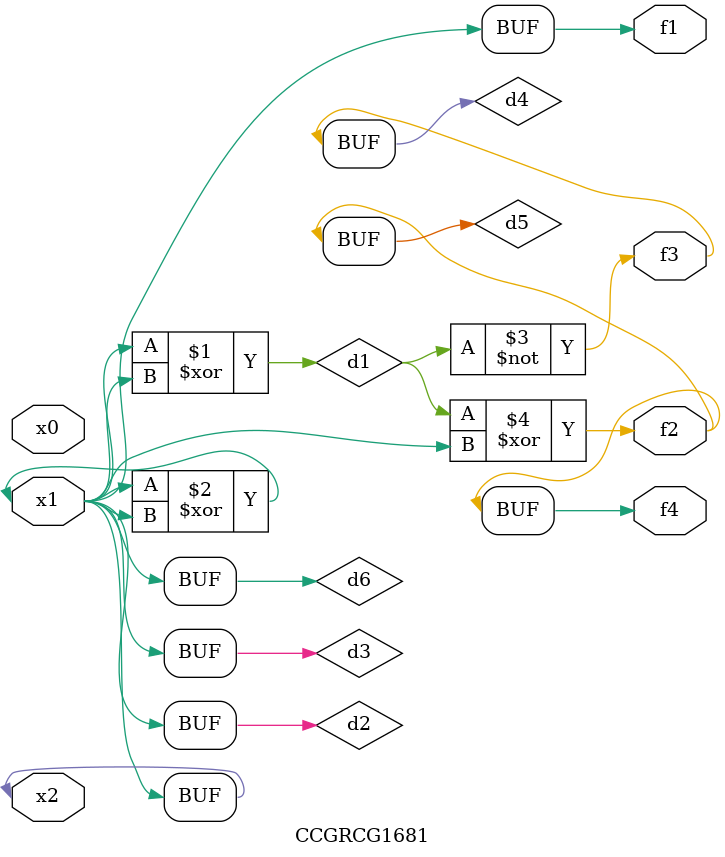
<source format=v>
module CCGRCG1681(
	input x0, x1, x2,
	output f1, f2, f3, f4
);

	wire d1, d2, d3, d4, d5, d6;

	xor (d1, x1, x2);
	buf (d2, x1, x2);
	xor (d3, x1, x2);
	nor (d4, d1);
	xor (d5, d1, d2);
	buf (d6, d2, d3);
	assign f1 = d6;
	assign f2 = d5;
	assign f3 = d4;
	assign f4 = d5;
endmodule

</source>
